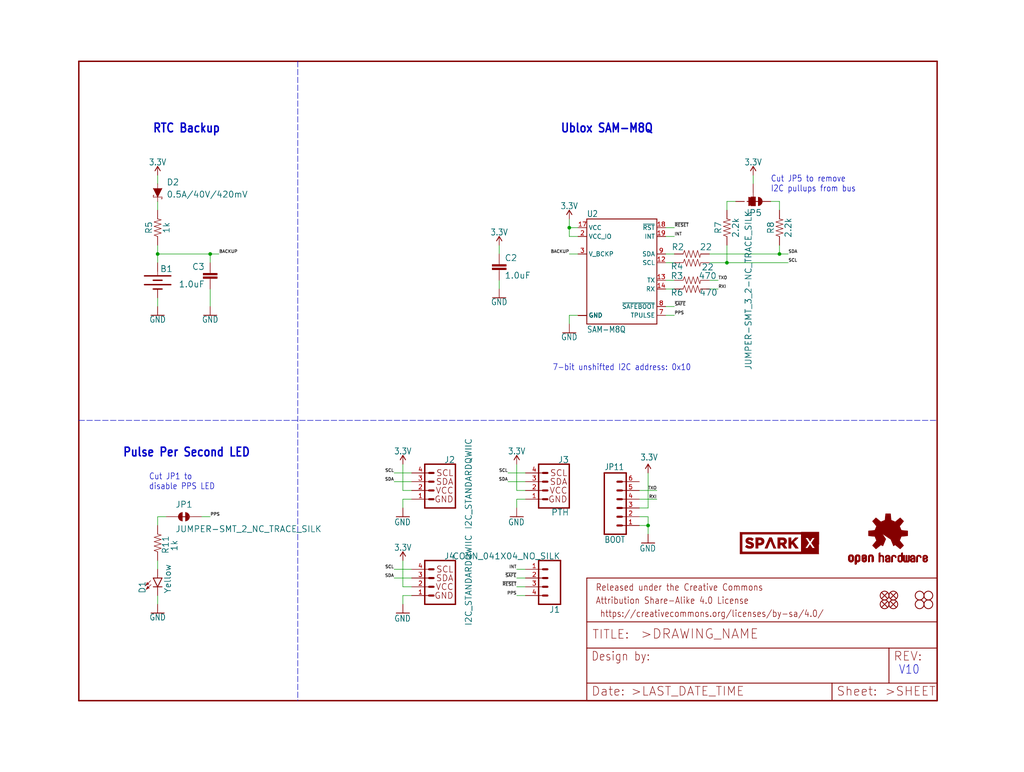
<source format=kicad_sch>
(kicad_sch (version 20211123) (generator eeschema)
  (paper "User" 297.002 223.926)
  (lib_symbols
    (symbol "eagleSchem-eagle-import:1.0UF-0603-16V-10%"
      (property "Reference" "C" (at 1.524 2.921 0))
      (property "Value" "1.0UF-0603-16V-10%" (at 1.524 -2.159 0))
      (symbol "1.0UF-0603-16V-10%_1_0"
        (pin passive line (at 0 5.08 270) (length 2.54) (name "1") (number "1"))
        (pin passive line (at 0 -2.54 90) (length 2.54) (name "2") (number "2"))
      )
    )
    (symbol "eagleSchem-eagle-import:1KOHM-0603-1{slash}10W-1%"
      (property "Reference" "R" (at 0 1.524 0))
      (property "Value" "1KOHM-0603-1{slash}10W-1%" (at 0 -1.524 0))
      (symbol "1KOHM-0603-1{slash}10W-1%_1_0"
        (pin passive line (at -5.08 0 0) (length 2.54) (name "1") (number "1"))
        (pin passive line (at 5.08 0 180) (length 2.54) (name "2") (number "2"))
      )
    )
    (symbol "eagleSchem-eagle-import:2.2KOHM-0603-1{slash}10W-1%"
      (property "Reference" "R" (at 0 1.524 0))
      (property "Value" "2.2KOHM-0603-1{slash}10W-1%" (at 0 -1.524 0))
      (symbol "2.2KOHM-0603-1{slash}10W-1%_1_0"
        (pin passive line (at -5.08 0 0) (length 2.54) (name "1") (number "1"))
        (pin passive line (at 5.08 0 180) (length 2.54) (name "2") (number "2"))
      )
    )
    (symbol "eagleSchem-eagle-import:22OHM-0603-1{slash}10W-1%"
      (property "Reference" "R" (at 0 1.524 0))
      (property "Value" "22OHM-0603-1{slash}10W-1%" (at 0 -1.524 0))
      (symbol "22OHM-0603-1{slash}10W-1%_1_0"
        (pin passive line (at -5.08 0 0) (length 2.54) (name "1") (number "1"))
        (pin passive line (at 5.08 0 180) (length 2.54) (name "2") (number "2"))
      )
    )
    (symbol "eagleSchem-eagle-import:3.3V" (power)
      (property "Value" "3.3V" (at 0 2.794 0))
      (symbol "3.3V_1_0"
        (pin power_in line (at 0 0 90) (length 2.54) (name "3.3V") (number "1"))
      )
    )
    (symbol "eagleSchem-eagle-import:470OHM-0603-1{slash}10W-1%"
      (property "Reference" "R" (at 0 1.524 0))
      (property "Value" "470OHM-0603-1{slash}10W-1%" (at 0 -1.524 0))
      (symbol "470OHM-0603-1{slash}10W-1%_1_0"
        (pin passive line (at -5.08 0 0) (length 2.54) (name "1") (number "1"))
        (pin passive line (at 5.08 0 180) (length 2.54) (name "2") (number "2"))
      )
    )
    (symbol "eagleSchem-eagle-import:CONN_041X04_NO_SILK"
      (property "Reference" "J" (at -5.08 8.128 0))
      (property "Value" "CONN_041X04_NO_SILK" (at -5.08 -7.366 0))
      (symbol "CONN_041X04_NO_SILK_1_0"
        (pin passive line (at 5.08 -2.54 180) (length 5.08) (name "1") (number "1"))
        (pin passive line (at 5.08 0 180) (length 5.08) (name "2") (number "2"))
        (pin passive line (at 5.08 2.54 180) (length 5.08) (name "3") (number "3"))
        (pin passive line (at 5.08 5.08 180) (length 5.08) (name "4") (number "4"))
      )
    )
    (symbol "eagleSchem-eagle-import:DIODE-SCHOTTKY-PMEG4005EJ"
      (property "Reference" "D" (at -2.54 2.032 0))
      (property "Value" "DIODE-SCHOTTKY-PMEG4005EJ" (at -2.54 -2.032 0))
      (symbol "DIODE-SCHOTTKY-PMEG4005EJ_1_0"
        (pin passive line (at -2.54 0 0) (length 0) (name "A") (number "A"))
        (pin passive line (at 2.54 0 180) (length 0) (name "C") (number "C"))
      )
    )
    (symbol "eagleSchem-eagle-import:FIDUCIALUFIDUCIAL")
    (symbol "eagleSchem-eagle-import:FRAME-LETTER"
      (symbol "FRAME-LETTER_2_0"
        (text " https://creativecommons.org/licenses/by-sa/4.0/" (at 2.54 24.13 0) (effects (font (size 1.9304 1.6408)) (justify left bottom)))
        (text ">DRAWING_NAME" (at 15.494 17.78 0) (effects (font (size 2.7432 2.7432)) (justify left bottom)))
        (text ">LAST_DATE_TIME" (at 12.7 1.27 0) (effects (font (size 2.54 2.54)) (justify left bottom)))
        (text ">SHEET" (at 86.36 1.27 0) (effects (font (size 2.54 2.54)) (justify left bottom)))
        (text "Attribution Share-Alike 4.0 License" (at 2.54 27.94 0) (effects (font (size 1.9304 1.6408)) (justify left bottom)))
        (text "Date:" (at 1.27 1.27 0) (effects (font (size 2.54 2.54)) (justify left bottom)))
        (text "Design by:" (at 1.27 11.43 0) (effects (font (size 2.54 2.159)) (justify left bottom)))
        (text "Released under the Creative Commons" (at 2.54 31.75 0) (effects (font (size 1.9304 1.6408)) (justify left bottom)))
        (text "REV:" (at 88.9 11.43 0) (effects (font (size 2.54 2.54)) (justify left bottom)))
        (text "Sheet:" (at 72.39 1.27 0) (effects (font (size 2.54 2.54)) (justify left bottom)))
        (text "TITLE:" (at 1.524 17.78 0) (effects (font (size 2.54 2.54)) (justify left bottom)))
      )
    )
    (symbol "eagleSchem-eagle-import:GND" (power)
      (property "Value" "GND" (at 0 -0.254 0))
      (symbol "GND_1_0"
        (pin power_in line (at 0 2.54 270) (length 2.54) (name "GND") (number "1"))
      )
    )
    (symbol "eagleSchem-eagle-import:I2C_STANDARDQWIIC"
      (property "Reference" "J" (at -5.08 7.874 0))
      (property "Value" "I2C_STANDARDQWIIC" (at -5.08 -5.334 0))
      (symbol "I2C_STANDARDQWIIC_1_0"
        (text "GND" (at -4.572 -2.54 0) (effects (font (size 1.778 1.778)) (justify left)))
        (text "SCL" (at -4.572 5.08 0) (effects (font (size 1.778 1.778)) (justify left)))
        (text "SDA" (at -4.572 2.54 0) (effects (font (size 1.778 1.778)) (justify left)))
        (text "VCC" (at -4.572 0 0) (effects (font (size 1.778 1.778)) (justify left)))
        (pin power_in line (at 7.62 -2.54 180) (length 5.08) (name "1") (number "1"))
        (pin power_in line (at 7.62 0 180) (length 5.08) (name "2") (number "2"))
        (pin passive line (at 7.62 2.54 180) (length 5.08) (name "3") (number "3"))
        (pin passive line (at 7.62 5.08 180) (length 5.08) (name "4") (number "4"))
      )
    )
    (symbol "eagleSchem-eagle-import:I2C_STANDARD_NO_SILK"
      (property "Reference" "J" (at -5.08 7.874 0))
      (property "Value" "I2C_STANDARD_NO_SILK" (at -5.08 -5.334 0))
      (symbol "I2C_STANDARD_NO_SILK_1_0"
        (text "GND" (at -4.572 -2.54 0) (effects (font (size 1.778 1.778)) (justify left)))
        (text "SCL" (at -4.572 5.08 0) (effects (font (size 1.778 1.778)) (justify left)))
        (text "SDA" (at -4.572 2.54 0) (effects (font (size 1.778 1.778)) (justify left)))
        (text "VCC" (at -4.572 0 0) (effects (font (size 1.778 1.778)) (justify left)))
        (pin power_in line (at 7.62 -2.54 180) (length 5.08) (name "1") (number "1"))
        (pin power_in line (at 7.62 0 180) (length 5.08) (name "2") (number "2"))
        (pin passive line (at 7.62 2.54 180) (length 5.08) (name "3") (number "3"))
        (pin passive line (at 7.62 5.08 180) (length 5.08) (name "4") (number "4"))
      )
    )
    (symbol "eagleSchem-eagle-import:JUMPER-SMT_2_NC_TRACE_SILK"
      (property "Reference" "JP" (at -2.54 2.54 0))
      (property "Value" "JUMPER-SMT_2_NC_TRACE_SILK" (at -2.54 -2.54 0))
      (symbol "JUMPER-SMT_2_NC_TRACE_SILK_1_0"
        (pin passive line (at -5.08 0 0) (length 2.54) (name "1") (number "1"))
        (pin passive line (at 5.08 0 180) (length 2.54) (name "2") (number "2"))
      )
    )
    (symbol "eagleSchem-eagle-import:JUMPER-SMT_3_2-NC_TRACE_SILK"
      (property "Reference" "JP" (at 2.54 0.381 0))
      (property "Value" "JUMPER-SMT_3_2-NC_TRACE_SILK" (at 2.54 -0.381 0))
      (symbol "JUMPER-SMT_3_2-NC_TRACE_SILK_1_0"
        (pin passive line (at 0 5.08 270) (length 2.54) (name "1") (number "1"))
        (pin passive line (at -5.08 0 0) (length 2.54) (name "2") (number "2"))
        (pin passive line (at 0 -5.08 90) (length 2.54) (name "3") (number "3"))
      )
    )
    (symbol "eagleSchem-eagle-import:LED-YELLOW0603"
      (property "Reference" "D" (at -3.429 -4.572 90))
      (property "Value" "LED-YELLOW0603" (at 1.905 -4.572 90))
      (symbol "LED-YELLOW0603_1_0"
        (pin passive line (at 0 2.54 270) (length 2.54) (name "A") (number "A"))
        (pin passive line (at 0 -5.08 90) (length 2.54) (name "C") (number "C"))
      )
    )
    (symbol "eagleSchem-eagle-import:M06NO_SILK_FEMALE_PTH"
      (property "Reference" "J" (at -5.08 10.922 0))
      (property "Value" "M06NO_SILK_FEMALE_PTH" (at -5.08 -10.16 0))
      (symbol "M06NO_SILK_FEMALE_PTH_1_0"
        (pin passive line (at 5.08 -5.08 180) (length 5.08) (name "1") (number "1"))
        (pin passive line (at 5.08 -2.54 180) (length 5.08) (name "2") (number "2"))
        (pin passive line (at 5.08 0 180) (length 5.08) (name "3") (number "3"))
        (pin passive line (at 5.08 2.54 180) (length 5.08) (name "4") (number "4"))
        (pin passive line (at 5.08 5.08 180) (length 5.08) (name "5") (number "5"))
        (pin passive line (at 5.08 7.62 180) (length 5.08) (name "6") (number "6"))
      )
    )
    (symbol "eagleSchem-eagle-import:ML414H_IV01E_BATTERY"
      (property "Reference" "BT" (at 0 4.318 0))
      (property "Value" "ML414H_IV01E_BATTERY" (at 0 -4.318 0))
      (symbol "ML414H_IV01E_BATTERY_1_0"
        (pin power_in line (at -5.08 0 0) (length 2.54) (name "+") (number "+"))
        (pin power_in line (at 5.08 0 180) (length 2.54) (name "-") (number "-"))
      )
    )
    (symbol "eagleSchem-eagle-import:OSHW-LOGOMINI")
    (symbol "eagleSchem-eagle-import:SAM-M8Q"
      (property "Reference" "U" (at -10.16 15.748 0))
      (property "Value" "SAM-M8Q" (at -10.16 -17.78 0))
      (symbol "SAM-M8Q_1_0"
        (pin bidirectional line (at -12.7 -12.7 0) (length 2.54) (name "GND") (number "1"))
        (pin bidirectional line (at -12.7 -12.7 0) (length 2.54) (name "GND") (number "10"))
        (pin bidirectional line (at -12.7 -12.7 0) (length 2.54) (name "GND") (number "11"))
        (pin bidirectional line (at 12.7 2.54 180) (length 2.54) (name "SCL") (number "12"))
        (pin bidirectional line (at 12.7 -2.54 180) (length 2.54) (name "TX") (number "13"))
        (pin bidirectional line (at 12.7 -5.08 180) (length 2.54) (name "RX") (number "14"))
        (pin bidirectional line (at -12.7 -12.7 0) (length 2.54) (name "GND") (number "15"))
        (pin bidirectional line (at -12.7 -12.7 0) (length 2.54) (name "GND") (number "16"))
        (pin bidirectional line (at -12.7 12.7 0) (length 2.54) (name "VCC") (number "17"))
        (pin bidirectional line (at 12.7 12.7 180) (length 2.54) (name "~{RST}") (number "18"))
        (pin bidirectional line (at 12.7 10.16 180) (length 2.54) (name "INT") (number "19"))
        (pin bidirectional line (at -12.7 10.16 0) (length 2.54) (name "VCC_IO") (number "2"))
        (pin bidirectional line (at -12.7 -12.7 0) (length 2.54) (name "GND") (number "20"))
        (pin bidirectional line (at -12.7 5.08 0) (length 2.54) (name "V_BCKP") (number "3"))
        (pin bidirectional line (at -12.7 -12.7 0) (length 2.54) (name "GND") (number "4"))
        (pin bidirectional line (at -12.7 -12.7 0) (length 2.54) (name "GND") (number "5"))
        (pin bidirectional line (at -12.7 -12.7 0) (length 2.54) (name "GND") (number "6"))
        (pin bidirectional line (at 12.7 -12.7 180) (length 2.54) (name "TPULSE") (number "7"))
        (pin bidirectional line (at 12.7 -10.16 180) (length 2.54) (name "~{SAFEBOOT}") (number "8"))
        (pin bidirectional line (at 12.7 5.08 180) (length 2.54) (name "SDA") (number "9"))
      )
    )
    (symbol "eagleSchem-eagle-import:SPARKX-LOGO4")
    (symbol "eagleSchem-eagle-import:STAND-OFF")
  )
  (junction (at 45.72 73.66))
  (junction (at 210.82 76.2))
  (junction (at 226.06 73.66))
  (junction (at 187.96 152.4))
  (junction (at 165.1 66.04))
  (junction (at 60.96 73.66))
  (wire (pts (xy 167.64 73.66) (xy 165.1 73.66)))
  (wire (pts (xy 119.38 137.16) (xy 114.3 137.16)))
  (wire (pts (xy 116.84 144.78) (xy 116.84 147.32)))
  (wire (pts (xy 187.96 152.4) (xy 187.96 154.94)))
  (wire (pts (xy 226.06 58.42) (xy 223.52 58.42)))
  (wire (pts (xy 205.74 81.28) (xy 208.28 81.28)))
  (wire (pts (xy 45.72 149.86) (xy 45.72 152.4)))
  (wire (pts (xy 185.42 152.4) (xy 187.96 152.4)))
  (wire (pts (xy 152.4 167.64) (xy 149.86 167.64)))
  (wire (pts (xy 193.04 88.9) (xy 195.58 88.9)))
  (wire (pts (xy 152.4 170.18) (xy 149.86 170.18)))
  (wire (pts (xy 119.38 142.24) (xy 116.84 142.24)))
  (wire (pts (xy 119.38 170.18) (xy 116.84 170.18)))
  (wire (pts (xy 116.84 172.72) (xy 116.84 175.26)))
  (wire (pts (xy 152.4 142.24) (xy 149.86 142.24)))
  (wire (pts (xy 48.26 149.86) (xy 45.72 149.86)))
  (wire (pts (xy 210.82 58.42) (xy 213.36 58.42)))
  (wire (pts (xy 152.4 172.72) (xy 149.86 172.72)))
  (wire (pts (xy 144.78 83.82) (xy 144.78 81.28)))
  (wire (pts (xy 193.04 68.58) (xy 195.58 68.58)))
  (wire (pts (xy 165.1 91.44) (xy 165.1 93.98)))
  (wire (pts (xy 226.06 60.96) (xy 226.06 58.42)))
  (wire (pts (xy 193.04 91.44) (xy 195.58 91.44)))
  (wire (pts (xy 45.72 71.12) (xy 45.72 73.66)))
  (wire (pts (xy 167.64 91.44) (xy 165.1 91.44)))
  (wire (pts (xy 165.1 68.58) (xy 165.1 66.04)))
  (wire (pts (xy 210.82 60.96) (xy 210.82 58.42)))
  (wire (pts (xy 45.72 162.56) (xy 45.72 165.1)))
  (wire (pts (xy 218.44 50.8) (xy 218.44 53.34)))
  (wire (pts (xy 187.96 147.32) (xy 187.96 137.16)))
  (wire (pts (xy 119.38 172.72) (xy 116.84 172.72)))
  (wire (pts (xy 119.38 144.78) (xy 116.84 144.78)))
  (wire (pts (xy 60.96 73.66) (xy 60.96 76.2)))
  (wire (pts (xy 185.42 147.32) (xy 187.96 147.32)))
  (wire (pts (xy 193.04 81.28) (xy 195.58 81.28)))
  (wire (pts (xy 226.06 71.12) (xy 226.06 73.66)))
  (wire (pts (xy 165.1 66.04) (xy 167.64 66.04)))
  (wire (pts (xy 116.84 142.24) (xy 116.84 134.62)))
  (wire (pts (xy 119.38 165.1) (xy 114.3 165.1)))
  (wire (pts (xy 195.58 73.66) (xy 193.04 73.66)))
  (wire (pts (xy 165.1 63.5) (xy 165.1 66.04)))
  (wire (pts (xy 45.72 172.72) (xy 45.72 175.26)))
  (wire (pts (xy 58.42 149.86) (xy 60.96 149.86)))
  (wire (pts (xy 187.96 149.86) (xy 187.96 152.4)))
  (wire (pts (xy 210.82 71.12) (xy 210.82 76.2)))
  (wire (pts (xy 167.64 68.58) (xy 165.1 68.58)))
  (wire (pts (xy 60.96 73.66) (xy 63.5 73.66)))
  (wire (pts (xy 152.4 137.16) (xy 147.32 137.16)))
  (wire (pts (xy 116.84 170.18) (xy 116.84 162.56)))
  (wire (pts (xy 210.82 76.2) (xy 228.6 76.2)))
  (wire (pts (xy 185.42 144.78) (xy 190.5 144.78)))
  (wire (pts (xy 45.72 50.8) (xy 45.72 53.34)))
  (wire (pts (xy 152.4 165.1) (xy 149.86 165.1)))
  (wire (pts (xy 152.4 144.78) (xy 149.86 144.78)))
  (wire (pts (xy 185.42 149.86) (xy 187.96 149.86)))
  (wire (pts (xy 119.38 139.7) (xy 114.3 139.7)))
  (wire (pts (xy 205.74 83.82) (xy 208.28 83.82)))
  (wire (pts (xy 119.38 167.64) (xy 114.3 167.64)))
  (wire (pts (xy 185.42 142.24) (xy 190.5 142.24)))
  (wire (pts (xy 152.4 139.7) (xy 147.32 139.7)))
  (polyline (pts (xy 22.86 121.92) (xy 271.78 121.92)))
  (wire (pts (xy 60.96 73.66) (xy 45.72 73.66)))
  (wire (pts (xy 45.72 73.66) (xy 45.72 76.2)))
  (wire (pts (xy 205.74 76.2) (xy 210.82 76.2)))
  (wire (pts (xy 226.06 73.66) (xy 228.6 73.66)))
  (wire (pts (xy 45.72 86.36) (xy 45.72 88.9)))
  (wire (pts (xy 193.04 83.82) (xy 195.58 83.82)))
  (wire (pts (xy 205.74 73.66) (xy 226.06 73.66)))
  (wire (pts (xy 45.72 58.42) (xy 45.72 60.96)))
  (wire (pts (xy 149.86 144.78) (xy 149.86 147.32)))
  (wire (pts (xy 144.78 71.12) (xy 144.78 73.66)))
  (wire (pts (xy 149.86 142.24) (xy 149.86 134.62)))
  (wire (pts (xy 60.96 83.82) (xy 60.96 88.9)))
  (wire (pts (xy 193.04 66.04) (xy 195.58 66.04)))
  (polyline (pts (xy 86.36 17.78) (xy 86.36 203.2)))
  (wire (pts (xy 195.58 76.2) (xy 193.04 76.2)))
  (text "7-bit unshifted I2C address: 0x10" (at 180.34 106.68 180) (effects (font (size 1.778 1.5113))))
  (text "Pulse Per Second LED" (at 54.102 131.318 180) (effects (font (size 2.54 2.159) (thickness 0.4318) bold)))
  (text "Ublox SAM-M8Q" (at 176.022 37.338 180) (effects (font (size 2.54 2.159) (thickness 0.4318) bold)))
  (text "Cut JP5 to remove\nI2C pullups from bus" (at 223.52 55.88 180) (effects (font (size 1.778 1.5113)) (justify left bottom)))
  (text "Cut JP1 to\ndisable PPS LED" (at 43.18 142.24 180) (effects (font (size 1.778 1.5113)) (justify left bottom)))
  (text "V10" (at 260.604 195.834 180) (effects (font (size 2.54 2.159)) (justify left bottom)))
  (text "RTC Backup" (at 54.102 37.338 180) (effects (font (size 2.54 2.159) (thickness 0.4318) bold)))
  (label "PPS" (at 60.96 149.86 0) (effects (font (size 0.889 0.889))))
  (label "~{RESET}" (at 195.58 66.04 0) (effects (font (size 0.889 0.889))))
  (label "~{SAFE}" (at 149.86 167.64 180) (effects (font (size 0.889 0.889))))
  (label "BACKUP" (at 165.1 73.66 180) (effects (font (size 0.889 0.889))))
  (label "TXO" (at 208.28 81.28 0) (effects (font (size 0.889 0.889))))
  (label "RXI" (at 208.28 83.82 0) (effects (font (size 0.889 0.889))))
  (label "RXI" (at 190.5 144.78 180) (effects (font (size 0.889 0.889))))
  (label "INT" (at 195.58 68.58 0) (effects (font (size 0.889 0.889))))
  (label "SCL" (at 114.3 165.1 180) (effects (font (size 0.889 0.889))))
  (label "SCL" (at 114.3 137.16 180) (effects (font (size 0.889 0.889))))
  (label "PPS" (at 195.58 91.44 0) (effects (font (size 0.889 0.889))))
  (label "SDA" (at 114.3 139.7 180) (effects (font (size 0.889 0.889))))
  (label "SCL" (at 147.32 137.16 180) (effects (font (size 0.889 0.889))))
  (label "~{RESET}" (at 149.86 170.18 180) (effects (font (size 0.889 0.889))))
  (label "PPS" (at 149.86 172.72 180) (effects (font (size 0.889 0.889))))
  (label "~{SAFE}" (at 195.58 88.9 0) (effects (font (size 0.889 0.889))))
  (label "SDA" (at 147.32 139.7 180) (effects (font (size 0.889 0.889))))
  (label "SDA" (at 114.3 167.64 180) (effects (font (size 0.889 0.889))))
  (label "BACKUP" (at 63.5 73.66 0) (effects (font (size 0.889 0.889))))
  (label "SCL" (at 228.6 76.2 0) (effects (font (size 0.889 0.889))))
  (label "INT" (at 149.86 165.1 180) (effects (font (size 0.889 0.889))))
  (label "TXO" (at 190.5 142.24 180) (effects (font (size 0.889 0.889))))
  (label "SDA" (at 228.6 73.66 0) (effects (font (size 0.889 0.889))))
  (symbol (lib_id "eagleSchem-eagle-import:3.3V") (at 144.78 71.12 0) (mirror y) (unit 1)
    (property "Reference" "#SUPPLY6" (effects hide))
    (property "Value" "3.3V" (at 144.78 68.326 0) (effects (font (size 1.778 1.5113)) (justify bottom)))
    (property "Footprint" "eagleSchem:" (effects hide))
  )
  (symbol (lib_id "eagleSchem-eagle-import:GND") (at 45.72 177.8 0) (unit 1)
    (property "Reference" "#GND4" (effects hide))
    (property "Value" "GND" (at 45.72 178.054 0) (effects (font (size 1.778 1.5113)) (justify top)))
    (property "Footprint" "eagleSchem:" (effects hide))
  )
  (symbol (lib_id "eagleSchem-eagle-import:1KOHM-0603-1{slash}10W-1%") (at 45.72 66.04 90) (unit 1)
    (property "Reference" "R5" (at 44.196 66.04 0) (effects (font (size 1.778 1.778)) (justify bottom)))
    (property "Value" "1k" (at 47.244 66.04 0) (effects (font (size 1.778 1.778)) (justify top)))
    (property "Footprint" "eagleSchem:0603" (effects hide))
  )
  (symbol (lib_id "eagleSchem-eagle-import:LED-YELLOW0603") (at 45.72 167.64 0) (unit 1)
    (property "Reference" "D1" (at 42.291 172.212 90) (effects (font (size 1.778 1.778)) (justify left bottom)))
    (property "Value" "Yellow" (at 47.625 172.212 90) (effects (font (size 1.778 1.778)) (justify left top)))
    (property "Footprint" "eagleSchem:LED-0603" (effects hide))
  )
  (symbol (lib_id "eagleSchem-eagle-import:SPARKX-LOGO4") (at 226.06 157.48 0) (unit 1)
    (property "Reference" "U$31" (effects hide))
    (property "Value" "SPARKX-LOGO4" (effects hide))
    (property "Footprint" "eagleSchem:SPARKX-MEDIUM" (effects hide))
  )
  (symbol (lib_id "eagleSchem-eagle-import:3.3V") (at 149.86 134.62 0) (unit 1)
    (property "Reference" "#SUPPLY7" (effects hide))
    (property "Value" "3.3V" (at 149.86 131.826 0) (effects (font (size 1.778 1.5113)) (justify bottom)))
    (property "Footprint" "eagleSchem:" (effects hide))
  )
  (symbol (lib_id "eagleSchem-eagle-import:I2C_STANDARD_NO_SILK") (at 160.02 142.24 0) (mirror y) (unit 1)
    (property "Reference" "J3" (at 165.1 134.366 0) (effects (font (size 1.778 1.778)) (justify left bottom)))
    (property "Value" "PTH" (at 165.1 147.574 0) (effects (font (size 1.778 1.778)) (justify left top)))
    (property "Footprint" "eagleSchem:1X04_NO_SILK" (effects hide))
  )
  (symbol (lib_id "eagleSchem-eagle-import:2.2KOHM-0603-1{slash}10W-1%") (at 210.82 66.04 90) (unit 1)
    (property "Reference" "R7" (at 209.296 66.04 0) (effects (font (size 1.778 1.778)) (justify bottom)))
    (property "Value" "2.2k" (at 212.344 66.04 0) (effects (font (size 1.778 1.778)) (justify top)))
    (property "Footprint" "eagleSchem:0603" (effects hide))
  )
  (symbol (lib_id "eagleSchem-eagle-import:GND") (at 144.78 86.36 0) (unit 1)
    (property "Reference" "#GND2" (effects hide))
    (property "Value" "GND" (at 144.78 86.614 0) (effects (font (size 1.778 1.5113)) (justify top)))
    (property "Footprint" "eagleSchem:" (effects hide))
  )
  (symbol (lib_id "eagleSchem-eagle-import:GND") (at 60.96 91.44 0) (unit 1)
    (property "Reference" "#GND10" (effects hide))
    (property "Value" "GND" (at 60.96 91.694 0) (effects (font (size 1.778 1.5113)) (justify top)))
    (property "Footprint" "eagleSchem:" (effects hide))
  )
  (symbol (lib_id "eagleSchem-eagle-import:3.3V") (at 116.84 162.56 0) (unit 1)
    (property "Reference" "#SUPPLY8" (effects hide))
    (property "Value" "3.3V" (at 116.84 159.766 0) (effects (font (size 1.778 1.5113)) (justify bottom)))
    (property "Footprint" "eagleSchem:" (effects hide))
  )
  (symbol (lib_id "eagleSchem-eagle-import:3.3V") (at 218.44 50.8 0) (unit 1)
    (property "Reference" "#SUPPLY9" (effects hide))
    (property "Value" "3.3V" (at 218.44 48.006 0) (effects (font (size 1.778 1.5113)) (justify bottom)))
    (property "Footprint" "eagleSchem:" (effects hide))
  )
  (symbol (lib_id "eagleSchem-eagle-import:3.3V") (at 45.72 50.8 0) (unit 1)
    (property "Reference" "#SUPPLY5" (effects hide))
    (property "Value" "3.3V" (at 45.72 48.006 0) (effects (font (size 1.778 1.5113)) (justify bottom)))
    (property "Footprint" "eagleSchem:" (effects hide))
  )
  (symbol (lib_id "eagleSchem-eagle-import:GND") (at 149.86 149.86 0) (unit 1)
    (property "Reference" "#GND7" (effects hide))
    (property "Value" "GND" (at 147.32 152.4 0) (effects (font (size 1.778 1.5113)) (justify left bottom)))
    (property "Footprint" "eagleSchem:" (effects hide))
  )
  (symbol (lib_id "eagleSchem-eagle-import:JUMPER-SMT_2_NC_TRACE_SILK") (at 53.34 149.86 0) (unit 1)
    (property "Reference" "JP1" (at 50.8 147.32 0) (effects (font (size 1.778 1.778)) (justify left bottom)))
    (property "Value" "JUMPER-SMT_2_NC_TRACE_SILK" (at 50.8 152.4 0) (effects (font (size 1.778 1.778)) (justify left top)))
    (property "Footprint" "eagleSchem:SMT-JUMPER_2_NC_TRACE_SILK" (effects hide))
  )
  (symbol (lib_id "eagleSchem-eagle-import:STAND-OFF") (at 266.7 172.72 0) (unit 1)
    (property "Reference" "JP9" (effects hide))
    (property "Value" "STAND-OFF" (effects hide))
    (property "Footprint" "eagleSchem:STAND-OFF" (effects hide))
  )
  (symbol (lib_id "eagleSchem-eagle-import:470OHM-0603-1{slash}10W-1%") (at 200.66 81.28 0) (unit 1)
    (property "Reference" "R3" (at 196.342 81.026 0) (effects (font (size 1.778 1.778)) (justify bottom)))
    (property "Value" "470" (at 205.232 81.026 0) (effects (font (size 1.778 1.778)) (justify bottom)))
    (property "Footprint" "eagleSchem:0603" (effects hide))
  )
  (symbol (lib_id "eagleSchem-eagle-import:I2C_STANDARDQWIIC") (at 127 142.24 0) (mirror y) (unit 1)
    (property "Reference" "J2" (at 132.08 134.366 0) (effects (font (size 1.778 1.778)) (justify left bottom)))
    (property "Value" "I2C_STANDARDQWIIC" (at 134.874 127 90) (effects (font (size 1.778 1.778)) (justify right bottom)))
    (property "Footprint" "eagleSchem:1X04_1MM_RA" (effects hide))
  )
  (symbol (lib_id "eagleSchem-eagle-import:FIDUCIALUFIDUCIAL") (at 259.08 175.26 270) (unit 1)
    (property "Reference" "JP8" (effects hide))
    (property "Value" "FIDUCIALUFIDUCIAL" (effects hide))
    (property "Footprint" "eagleSchem:MICRO-FIDUCIAL" (effects hide))
  )
  (symbol (lib_id "eagleSchem-eagle-import:DIODE-SCHOTTKY-PMEG4005EJ") (at 45.72 55.88 270) (unit 1)
    (property "Reference" "D2" (at 48.26 53.848 90) (effects (font (size 1.778 1.778)) (justify left bottom)))
    (property "Value" "0.5A/40V/420mV" (at 48.26 55.372 90) (effects (font (size 1.778 1.778)) (justify left top)))
    (property "Footprint" "eagleSchem:SOD-323" (effects hide))
  )
  (symbol (lib_id "eagleSchem-eagle-import:470OHM-0603-1{slash}10W-1%") (at 200.66 83.82 0) (unit 1)
    (property "Reference" "R6" (at 196.342 85.852 0) (effects (font (size 1.778 1.778)) (justify bottom)))
    (property "Value" "470" (at 205.486 85.852 0) (effects (font (size 1.778 1.778)) (justify bottom)))
    (property "Footprint" "eagleSchem:0603" (effects hide))
  )
  (symbol (lib_id "eagleSchem-eagle-import:3.3V") (at 116.84 134.62 0) (unit 1)
    (property "Reference" "#SUPPLY4" (effects hide))
    (property "Value" "3.3V" (at 116.84 131.826 0) (effects (font (size 1.778 1.5113)) (justify bottom)))
    (property "Footprint" "eagleSchem:" (effects hide))
  )
  (symbol (lib_id "eagleSchem-eagle-import:SAM-M8Q") (at 180.34 78.74 0) (unit 1)
    (property "Reference" "U2" (at 170.18 62.992 0) (effects (font (size 1.778 1.5113)) (justify left bottom)))
    (property "Value" "SAM-M8Q" (at 170.18 96.52 0) (effects (font (size 1.778 1.5113)) (justify left bottom)))
    (property "Footprint" "eagleSchem:SAM-M8Q" (effects hide))
  )
  (symbol (lib_id "eagleSchem-eagle-import:FRAME-LETTER") (at 22.86 203.2 0) (unit 1)
    (property "Reference" "FRAME1" (effects hide))
    (property "Value" "FRAME-LETTER" (effects hide))
    (property "Footprint" "eagleSchem:CREATIVE_COMMONS" (effects hide))
  )
  (symbol (lib_id "eagleSchem-eagle-import:FIDUCIALUFIDUCIAL") (at 256.54 172.72 270) (unit 1)
    (property "Reference" "JP2" (effects hide))
    (property "Value" "FIDUCIALUFIDUCIAL" (effects hide))
    (property "Footprint" "eagleSchem:MICRO-FIDUCIAL" (effects hide))
  )
  (symbol (lib_id "eagleSchem-eagle-import:STAND-OFF") (at 269.24 172.72 0) (unit 1)
    (property "Reference" "JP3" (effects hide))
    (property "Value" "STAND-OFF" (effects hide))
    (property "Footprint" "eagleSchem:STAND-OFF" (effects hide))
  )
  (symbol (lib_id "eagleSchem-eagle-import:1.0UF-0603-16V-10%") (at 60.96 81.28 0) (mirror y) (unit 1)
    (property "Reference" "C3" (at 59.436 78.359 0) (effects (font (size 1.778 1.778)) (justify left bottom)))
    (property "Value" "1.0uF" (at 59.436 83.439 0) (effects (font (size 1.778 1.778)) (justify left bottom)))
    (property "Footprint" "eagleSchem:0603" (effects hide))
  )
  (symbol (lib_id "eagleSchem-eagle-import:ML414H_IV01E_BATTERY") (at 45.72 81.28 270) (unit 1)
    (property "Reference" "B1" (at 48.26 78.994 90) (effects (font (size 1.778 1.778)) (justify bottom)))
    (property "Value" "6.8MM_COIN_CELL" (effects hide))
    (property "Footprint" "eagleSchem:ML414H_IV01E" (effects hide))
  )
  (symbol (lib_id "eagleSchem-eagle-import:FIDUCIALUFIDUCIAL") (at 256.54 175.26 270) (unit 1)
    (property "Reference" "JP7" (effects hide))
    (property "Value" "FIDUCIALUFIDUCIAL" (effects hide))
    (property "Footprint" "eagleSchem:MICRO-FIDUCIAL" (effects hide))
  )
  (symbol (lib_id "eagleSchem-eagle-import:GND") (at 187.96 157.48 0) (unit 1)
    (property "Reference" "#GND1" (effects hide))
    (property "Value" "GND" (at 185.42 160.02 0) (effects (font (size 1.778 1.5113)) (justify left bottom)))
    (property "Footprint" "eagleSchem:" (effects hide))
  )
  (symbol (lib_id "eagleSchem-eagle-import:STAND-OFF") (at 269.24 175.26 0) (unit 1)
    (property "Reference" "JP4" (effects hide))
    (property "Value" "STAND-OFF" (effects hide))
    (property "Footprint" "eagleSchem:STAND-OFF" (effects hide))
  )
  (symbol (lib_id "eagleSchem-eagle-import:GND") (at 45.72 91.44 0) (unit 1)
    (property "Reference" "#GND5" (effects hide))
    (property "Value" "GND" (at 45.72 91.694 0) (effects (font (size 1.778 1.5113)) (justify top)))
    (property "Footprint" "eagleSchem:" (effects hide))
  )
  (symbol (lib_id "eagleSchem-eagle-import:M06NO_SILK_FEMALE_PTH") (at 180.34 147.32 0) (unit 1)
    (property "Reference" "JP11" (at 175.26 136.398 0) (effects (font (size 1.778 1.5113)) (justify left bottom)))
    (property "Value" "BOOT" (at 175.26 157.48 0) (effects (font (size 1.778 1.5113)) (justify left bottom)))
    (property "Footprint" "eagleSchem:1X06_NO_SILK" (effects hide))
  )
  (symbol (lib_id "eagleSchem-eagle-import:GND") (at 165.1 96.52 0) (unit 1)
    (property "Reference" "#GND3" (effects hide))
    (property "Value" "GND" (at 165.1 96.774 0) (effects (font (size 1.778 1.5113)) (justify top)))
    (property "Footprint" "eagleSchem:" (effects hide))
  )
  (symbol (lib_id "eagleSchem-eagle-import:FRAME-LETTER") (at 170.18 203.2 0) (unit 2)
    (property "Reference" "FRAME1" (effects hide))
    (property "Value" "FRAME-LETTER" (effects hide))
    (property "Footprint" "eagleSchem:CREATIVE_COMMONS" (effects hide))
  )
  (symbol (lib_id "eagleSchem-eagle-import:22OHM-0603-1{slash}10W-1%") (at 200.66 76.2 0) (unit 1)
    (property "Reference" "R4" (at 196.342 78.232 0) (effects (font (size 1.778 1.778)) (justify bottom)))
    (property "Value" "22" (at 205.232 78.486 0) (effects (font (size 1.778 1.778)) (justify bottom)))
    (property "Footprint" "eagleSchem:0603" (effects hide))
  )
  (symbol (lib_id "eagleSchem-eagle-import:I2C_STANDARDQWIIC") (at 127 170.18 0) (mirror y) (unit 1)
    (property "Reference" "J4" (at 132.08 162.306 0) (effects (font (size 1.778 1.778)) (justify left bottom)))
    (property "Value" "I2C_STANDARDQWIIC" (at 134.874 154.94 90) (effects (font (size 1.778 1.778)) (justify right bottom)))
    (property "Footprint" "eagleSchem:1X04_1MM_RA" (effects hide))
  )
  (symbol (lib_id "eagleSchem-eagle-import:GND") (at 116.84 149.86 0) (unit 1)
    (property "Reference" "#GND6" (effects hide))
    (property "Value" "GND" (at 114.3 152.4 0) (effects (font (size 1.778 1.5113)) (justify left bottom)))
    (property "Footprint" "eagleSchem:" (effects hide))
  )
  (symbol (lib_id "eagleSchem-eagle-import:2.2KOHM-0603-1{slash}10W-1%") (at 226.06 66.04 90) (unit 1)
    (property "Reference" "R8" (at 224.536 66.04 0) (effects (font (size 1.778 1.778)) (justify bottom)))
    (property "Value" "2.2k" (at 227.584 66.04 0) (effects (font (size 1.778 1.778)) (justify top)))
    (property "Footprint" "eagleSchem:0603" (effects hide))
  )
  (symbol (lib_id "eagleSchem-eagle-import:CONN_041X04_NO_SILK") (at 157.48 167.64 180) (unit 1)
    (property "Reference" "J1" (at 162.56 175.768 0) (effects (font (size 1.778 1.778)) (justify left bottom)))
    (property "Value" "CONN_041X04_NO_SILK" (at 162.56 160.274 0) (effects (font (size 1.778 1.778)) (justify left bottom)))
    (property "Footprint" "eagleSchem:1X04_NO_SILK" (effects hide))
  )
  (symbol (lib_id "eagleSchem-eagle-import:1KOHM-0603-1{slash}10W-1%") (at 45.72 157.48 90) (unit 1)
    (property "Reference" "R11" (at 49.022 157.988 0) (effects (font (size 1.778 1.778)) (justify bottom)))
    (property "Value" "1k" (at 51.562 158.242 0) (effects (font (size 1.778 1.778)) (justify bottom)))
    (property "Footprint" "eagleSchem:0603" (effects hide))
  )
  (symbol (lib_id "eagleSchem-eagle-import:OSHW-LOGOMINI") (at 257.556 154.686 0) (unit 1)
    (property "Reference" "LOGO1" (effects hide))
    (property "Value" "OSHW-LOGOMINI" (effects hide))
    (property "Footprint" "eagleSchem:OSHW-LOGO-MINI" (effects hide))
  )
  (symbol (lib_id "eagleSchem-eagle-import:STAND-OFF") (at 266.7 175.26 0) (unit 1)
    (property "Reference" "JP10" (effects hide))
    (property "Value" "STAND-OFF" (effects hide))
    (property "Footprint" "eagleSchem:STAND-OFF" (effects hide))
  )
  (symbol (lib_id "eagleSchem-eagle-import:22OHM-0603-1{slash}10W-1%") (at 200.66 73.66 0) (unit 1)
    (property "Reference" "R2" (at 196.596 72.644 0) (effects (font (size 1.778 1.778)) (justify bottom)))
    (property "Value" "22" (at 204.724 72.644 0) (effects (font (size 1.778 1.778)) (justify bottom)))
    (property "Footprint" "eagleSchem:0603" (effects hide))
  )
  (symbol (lib_id "eagleSchem-eagle-import:JUMPER-SMT_3_2-NC_TRACE_SILK") (at 218.44 58.42 270) (unit 1)
    (property "Reference" "JP5" (at 215.9 62.738 90) (effects (font (size 1.778 1.778)) (justify left bottom)))
    (property "Value" "JUMPER-SMT_3_2-NC_TRACE_SILK" (at 218.059 60.96 0) (effects (font (size 1.778 1.778)) (justify left top)))
    (property "Footprint" "eagleSchem:SMT-JUMPER_3_2-NC_TRACE_SILK" (effects hide))
  )
  (symbol (lib_id "eagleSchem-eagle-import:3.3V") (at 165.1 63.5 0) (mirror y) (unit 1)
    (property "Reference" "#SUPPLY1" (effects hide))
    (property "Value" "3.3V" (at 165.1 60.706 0) (effects (font (size 1.778 1.5113)) (justify bottom)))
    (property "Footprint" "eagleSchem:" (effects hide))
  )
  (symbol (lib_id "eagleSchem-eagle-import:1.0UF-0603-16V-10%") (at 144.78 78.74 0) (unit 1)
    (property "Reference" "C2" (at 146.304 75.819 0) (effects (font (size 1.778 1.778)) (justify left bottom)))
    (property "Value" "1.0uF" (at 146.304 80.899 0) (effects (font (size 1.778 1.778)) (justify left bottom)))
    (property "Footprint" "eagleSchem:0603" (effects hide))
  )
  (symbol (lib_id "eagleSchem-eagle-import:GND") (at 116.84 177.8 0) (unit 1)
    (property "Reference" "#GND8" (effects hide))
    (property "Value" "GND" (at 114.3 180.34 0) (effects (font (size 1.778 1.5113)) (justify left bottom)))
    (property "Footprint" "eagleSchem:" (effects hide))
  )
  (symbol (lib_id "eagleSchem-eagle-import:3.3V") (at 187.96 137.16 0) (unit 1)
    (property "Reference" "#P+4" (effects hide))
    (property "Value" "3.3V" (at 185.674 133.604 0) (effects (font (size 1.778 1.5113)) (justify left bottom)))
    (property "Footprint" "eagleSchem:" (effects hide))
  )
  (symbol (lib_id "eagleSchem-eagle-import:FIDUCIALUFIDUCIAL") (at 259.08 172.72 0) (unit 1)
    (property "Reference" "JP6" (effects hide))
    (property "Value" "FIDUCIALUFIDUCIAL" (effects hide))
    (property "Footprint" "eagleSchem:MICRO-FIDUCIAL" (effects hide))
  )
)
</source>
